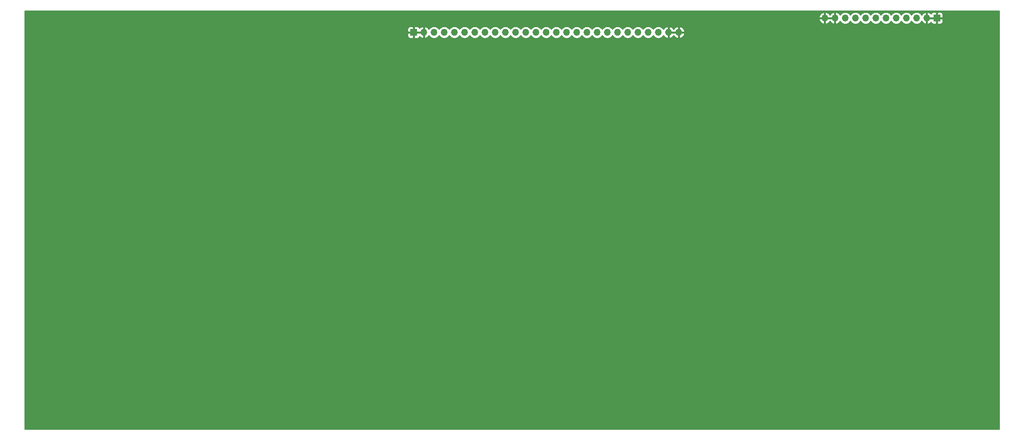
<source format=gbl>
G04 #@! TF.GenerationSoftware,KiCad,Pcbnew,5.1.10*
G04 #@! TF.CreationDate,2021-10-20T12:36:49+02:00*
G04 #@! TF.ProjectId,model_d,6d6f6465-6c5f-4642-9e6b-696361645f70,rev?*
G04 #@! TF.SameCoordinates,Original*
G04 #@! TF.FileFunction,Copper,L2,Bot*
G04 #@! TF.FilePolarity,Positive*
%FSLAX46Y46*%
G04 Gerber Fmt 4.6, Leading zero omitted, Abs format (unit mm)*
G04 Created by KiCad (PCBNEW 5.1.10) date 2021-10-20 12:36:49*
%MOMM*%
%LPD*%
G01*
G04 APERTURE LIST*
G04 #@! TA.AperFunction,ComponentPad*
%ADD10O,1.700000X1.700000*%
G04 #@! TD*
G04 #@! TA.AperFunction,ComponentPad*
%ADD11R,1.700000X1.700000*%
G04 #@! TD*
G04 #@! TA.AperFunction,ViaPad*
%ADD12C,0.800000*%
G04 #@! TD*
G04 #@! TA.AperFunction,Conductor*
%ADD13C,0.254000*%
G04 #@! TD*
G04 #@! TA.AperFunction,Conductor*
%ADD14C,0.100000*%
G04 #@! TD*
G04 APERTURE END LIST*
D10*
X186040000Y-36000000D03*
X183500000Y-36000000D03*
X180960000Y-36000000D03*
X178420000Y-36000000D03*
X175880000Y-36000000D03*
X173340000Y-36000000D03*
X170800000Y-36000000D03*
X168260000Y-36000000D03*
X165720000Y-36000000D03*
X163180000Y-36000000D03*
X160640000Y-36000000D03*
X158100000Y-36000000D03*
X155560000Y-36000000D03*
X153020000Y-36000000D03*
X150480000Y-36000000D03*
X147940000Y-36000000D03*
X145400000Y-36000000D03*
X142860000Y-36000000D03*
X140320000Y-36000000D03*
X137780000Y-36000000D03*
X135240000Y-36000000D03*
X132700000Y-36000000D03*
X130160000Y-36000000D03*
X127620000Y-36000000D03*
X125080000Y-36000000D03*
X122540000Y-36000000D03*
D11*
X120000000Y-36000000D03*
D10*
X222433515Y-32428122D03*
X224973515Y-32428122D03*
X227513515Y-32428122D03*
X230053515Y-32428122D03*
X232593515Y-32428122D03*
X235133515Y-32428122D03*
X237673515Y-32428122D03*
X240213515Y-32428122D03*
X242753515Y-32428122D03*
X245293515Y-32428122D03*
X247833515Y-32428122D03*
D11*
X250373515Y-32428122D03*
D12*
X30000000Y-40000000D03*
X30000000Y-50000000D03*
X30000000Y-60000000D03*
X30000000Y-70000000D03*
X30000000Y-80000000D03*
X30000000Y-90000000D03*
X30000000Y-100000000D03*
X30000000Y-110000000D03*
X30000000Y-120000000D03*
X40000000Y-40000000D03*
X40000000Y-50000000D03*
X40000000Y-60000000D03*
X40000000Y-70000000D03*
X40000000Y-80000000D03*
X40000000Y-90000000D03*
X40000000Y-100000000D03*
X40000000Y-110000000D03*
X40000000Y-120000000D03*
X50000000Y-40000000D03*
X50000000Y-50000000D03*
X50000000Y-60000000D03*
X50000000Y-70000000D03*
X50000000Y-80000000D03*
X50000000Y-90000000D03*
X50000000Y-100000000D03*
X50000000Y-110000000D03*
X50000000Y-120000000D03*
X70000000Y-110000000D03*
X80000000Y-120000000D03*
X60000000Y-40000000D03*
X80000000Y-100000000D03*
X60000000Y-110000000D03*
X80000000Y-50000000D03*
X60000000Y-80000000D03*
X60000000Y-100000000D03*
X60000000Y-60000000D03*
X60000000Y-70000000D03*
X80000000Y-70000000D03*
X70000000Y-80000000D03*
X80000000Y-110000000D03*
X80000000Y-40000000D03*
X70000000Y-100000000D03*
X70000000Y-40000000D03*
X70000000Y-120000000D03*
X80000000Y-60000000D03*
X60000000Y-90000000D03*
X70000000Y-70000000D03*
X70000000Y-50000000D03*
X80000000Y-90000000D03*
X60000000Y-50000000D03*
X80000000Y-80000000D03*
X70000000Y-60000000D03*
X70000000Y-90000000D03*
X60000000Y-120000000D03*
X100000000Y-110000000D03*
X110000000Y-120000000D03*
X90000000Y-40000000D03*
X130000000Y-50000000D03*
X140000000Y-60000000D03*
X140000000Y-40000000D03*
X110000000Y-100000000D03*
X120000000Y-50000000D03*
X90000000Y-110000000D03*
X110000000Y-50000000D03*
X140000000Y-80000000D03*
X130000000Y-120000000D03*
X90000000Y-80000000D03*
X140000000Y-110000000D03*
X130000000Y-60000000D03*
X90000000Y-100000000D03*
X130000000Y-90000000D03*
X90000000Y-60000000D03*
X140000000Y-70000000D03*
X90000000Y-70000000D03*
X110000000Y-70000000D03*
X130000000Y-40000000D03*
X130000000Y-100000000D03*
X100000000Y-80000000D03*
X110000000Y-110000000D03*
X140000000Y-100000000D03*
X110000000Y-40000000D03*
X100000000Y-100000000D03*
X100000000Y-40000000D03*
X130000000Y-80000000D03*
X130000000Y-110000000D03*
X130000000Y-70000000D03*
X100000000Y-120000000D03*
X110000000Y-60000000D03*
X90000000Y-90000000D03*
X120000000Y-100000000D03*
X120000000Y-60000000D03*
X100000000Y-70000000D03*
X120000000Y-110000000D03*
X120000000Y-70000000D03*
X100000000Y-50000000D03*
X120000000Y-80000000D03*
X140000000Y-50000000D03*
X120000000Y-40000000D03*
X140000000Y-120000000D03*
X120000000Y-90000000D03*
X140000000Y-90000000D03*
X110000000Y-90000000D03*
X90000000Y-50000000D03*
X110000000Y-80000000D03*
X100000000Y-60000000D03*
X100000000Y-90000000D03*
X90000000Y-120000000D03*
X120000000Y-120000000D03*
X160000000Y-110000000D03*
X230000000Y-120000000D03*
X240000000Y-40000000D03*
X230000000Y-60000000D03*
X170000000Y-120000000D03*
X260000000Y-70000000D03*
X150000000Y-40000000D03*
X240000000Y-100000000D03*
X190000000Y-50000000D03*
X220000000Y-50000000D03*
X250000000Y-100000000D03*
X200000000Y-60000000D03*
X200000000Y-40000000D03*
X170000000Y-100000000D03*
X250000000Y-40000000D03*
X180000000Y-50000000D03*
X150000000Y-110000000D03*
X170000000Y-50000000D03*
X200000000Y-80000000D03*
X190000000Y-120000000D03*
X150000000Y-80000000D03*
X200000000Y-110000000D03*
X250000000Y-50000000D03*
X210000000Y-90000000D03*
X190000000Y-60000000D03*
X210000000Y-70000000D03*
X260000000Y-120000000D03*
X150000000Y-100000000D03*
X190000000Y-90000000D03*
X230000000Y-70000000D03*
X150000000Y-60000000D03*
X240000000Y-70000000D03*
X210000000Y-100000000D03*
X210000000Y-60000000D03*
X240000000Y-60000000D03*
X200000000Y-70000000D03*
X150000000Y-70000000D03*
X170000000Y-70000000D03*
X190000000Y-40000000D03*
X260000000Y-110000000D03*
X220000000Y-70000000D03*
X210000000Y-40000000D03*
X220000000Y-110000000D03*
X220000000Y-90000000D03*
X250000000Y-90000000D03*
X190000000Y-100000000D03*
X160000000Y-80000000D03*
X210000000Y-50000000D03*
X170000000Y-110000000D03*
X200000000Y-100000000D03*
X220000000Y-60000000D03*
X170000000Y-40000000D03*
X160000000Y-100000000D03*
X160000000Y-40000000D03*
X190000000Y-80000000D03*
X190000000Y-110000000D03*
X190000000Y-70000000D03*
X160000000Y-120000000D03*
X170000000Y-60000000D03*
X150000000Y-90000000D03*
X260000000Y-50000000D03*
X230000000Y-80000000D03*
X230000000Y-50000000D03*
X240000000Y-50000000D03*
X220000000Y-80000000D03*
X180000000Y-100000000D03*
X230000000Y-100000000D03*
X260000000Y-40000000D03*
X210000000Y-80000000D03*
X240000000Y-110000000D03*
X240000000Y-80000000D03*
X230000000Y-90000000D03*
X180000000Y-60000000D03*
X160000000Y-70000000D03*
X250000000Y-110000000D03*
X260000000Y-90000000D03*
X180000000Y-110000000D03*
X180000000Y-70000000D03*
X160000000Y-50000000D03*
X220000000Y-100000000D03*
X240000000Y-90000000D03*
X180000000Y-80000000D03*
X200000000Y-50000000D03*
X180000000Y-40000000D03*
X230000000Y-40000000D03*
X210000000Y-110000000D03*
X200000000Y-120000000D03*
X180000000Y-90000000D03*
X200000000Y-90000000D03*
X250000000Y-70000000D03*
X170000000Y-90000000D03*
X260000000Y-100000000D03*
X250000000Y-80000000D03*
X220000000Y-120000000D03*
X240000000Y-120000000D03*
X260000000Y-60000000D03*
X150000000Y-50000000D03*
X220000000Y-40000000D03*
X210000000Y-120000000D03*
X170000000Y-80000000D03*
X160000000Y-60000000D03*
X160000000Y-90000000D03*
X230000000Y-110000000D03*
X260000000Y-80000000D03*
X150000000Y-120000000D03*
X250000000Y-60000000D03*
X180000000Y-120000000D03*
X250000000Y-120000000D03*
X170000000Y-130000000D03*
X110000000Y-130000000D03*
X50000000Y-130000000D03*
X70000000Y-130000000D03*
X140000000Y-130000000D03*
X40000000Y-130000000D03*
X220000000Y-130000000D03*
X260000000Y-130000000D03*
X180000000Y-130000000D03*
X250000000Y-130000000D03*
X240000000Y-130000000D03*
X160000000Y-130000000D03*
X210000000Y-130000000D03*
X230000000Y-130000000D03*
X150000000Y-130000000D03*
X190000000Y-130000000D03*
X80000000Y-130000000D03*
X200000000Y-130000000D03*
X100000000Y-130000000D03*
X120000000Y-130000000D03*
X90000000Y-130000000D03*
X30000000Y-130000000D03*
X60000000Y-130000000D03*
X130000000Y-130000000D03*
D13*
X265840001Y-134840000D02*
X23160000Y-134840000D01*
X23160000Y-36850000D01*
X118511928Y-36850000D01*
X118524188Y-36974482D01*
X118560498Y-37094180D01*
X118619463Y-37204494D01*
X118698815Y-37301185D01*
X118795506Y-37380537D01*
X118905820Y-37439502D01*
X119025518Y-37475812D01*
X119150000Y-37488072D01*
X119714250Y-37485000D01*
X119873000Y-37326250D01*
X119873000Y-36127000D01*
X120127000Y-36127000D01*
X120127000Y-37326250D01*
X120285750Y-37485000D01*
X120850000Y-37488072D01*
X120974482Y-37475812D01*
X121094180Y-37439502D01*
X121204494Y-37380537D01*
X121301185Y-37301185D01*
X121380537Y-37204494D01*
X121439502Y-37094180D01*
X121463966Y-37013534D01*
X121539731Y-37097588D01*
X121773080Y-37271641D01*
X122035901Y-37396825D01*
X122183110Y-37441476D01*
X122413000Y-37320155D01*
X122413000Y-36127000D01*
X120127000Y-36127000D01*
X119873000Y-36127000D01*
X118673750Y-36127000D01*
X118515000Y-36285750D01*
X118511928Y-36850000D01*
X23160000Y-36850000D01*
X23160000Y-35150000D01*
X118511928Y-35150000D01*
X118515000Y-35714250D01*
X118673750Y-35873000D01*
X119873000Y-35873000D01*
X119873000Y-34673750D01*
X120127000Y-34673750D01*
X120127000Y-35873000D01*
X122413000Y-35873000D01*
X122413000Y-34679845D01*
X122667000Y-34679845D01*
X122667000Y-35873000D01*
X122687000Y-35873000D01*
X122687000Y-36127000D01*
X122667000Y-36127000D01*
X122667000Y-37320155D01*
X122896890Y-37441476D01*
X123044099Y-37396825D01*
X123306920Y-37271641D01*
X123540269Y-37097588D01*
X123735178Y-36881355D01*
X123804805Y-36764466D01*
X123926525Y-36946632D01*
X124133368Y-37153475D01*
X124376589Y-37315990D01*
X124646842Y-37427932D01*
X124933740Y-37485000D01*
X125226260Y-37485000D01*
X125513158Y-37427932D01*
X125783411Y-37315990D01*
X126026632Y-37153475D01*
X126233475Y-36946632D01*
X126350000Y-36772240D01*
X126466525Y-36946632D01*
X126673368Y-37153475D01*
X126916589Y-37315990D01*
X127186842Y-37427932D01*
X127473740Y-37485000D01*
X127766260Y-37485000D01*
X128053158Y-37427932D01*
X128323411Y-37315990D01*
X128566632Y-37153475D01*
X128773475Y-36946632D01*
X128890000Y-36772240D01*
X129006525Y-36946632D01*
X129213368Y-37153475D01*
X129456589Y-37315990D01*
X129726842Y-37427932D01*
X130013740Y-37485000D01*
X130306260Y-37485000D01*
X130593158Y-37427932D01*
X130863411Y-37315990D01*
X131106632Y-37153475D01*
X131313475Y-36946632D01*
X131430000Y-36772240D01*
X131546525Y-36946632D01*
X131753368Y-37153475D01*
X131996589Y-37315990D01*
X132266842Y-37427932D01*
X132553740Y-37485000D01*
X132846260Y-37485000D01*
X133133158Y-37427932D01*
X133403411Y-37315990D01*
X133646632Y-37153475D01*
X133853475Y-36946632D01*
X133970000Y-36772240D01*
X134086525Y-36946632D01*
X134293368Y-37153475D01*
X134536589Y-37315990D01*
X134806842Y-37427932D01*
X135093740Y-37485000D01*
X135386260Y-37485000D01*
X135673158Y-37427932D01*
X135943411Y-37315990D01*
X136186632Y-37153475D01*
X136393475Y-36946632D01*
X136510000Y-36772240D01*
X136626525Y-36946632D01*
X136833368Y-37153475D01*
X137076589Y-37315990D01*
X137346842Y-37427932D01*
X137633740Y-37485000D01*
X137926260Y-37485000D01*
X138213158Y-37427932D01*
X138483411Y-37315990D01*
X138726632Y-37153475D01*
X138933475Y-36946632D01*
X139050000Y-36772240D01*
X139166525Y-36946632D01*
X139373368Y-37153475D01*
X139616589Y-37315990D01*
X139886842Y-37427932D01*
X140173740Y-37485000D01*
X140466260Y-37485000D01*
X140753158Y-37427932D01*
X141023411Y-37315990D01*
X141266632Y-37153475D01*
X141473475Y-36946632D01*
X141590000Y-36772240D01*
X141706525Y-36946632D01*
X141913368Y-37153475D01*
X142156589Y-37315990D01*
X142426842Y-37427932D01*
X142713740Y-37485000D01*
X143006260Y-37485000D01*
X143293158Y-37427932D01*
X143563411Y-37315990D01*
X143806632Y-37153475D01*
X144013475Y-36946632D01*
X144130000Y-36772240D01*
X144246525Y-36946632D01*
X144453368Y-37153475D01*
X144696589Y-37315990D01*
X144966842Y-37427932D01*
X145253740Y-37485000D01*
X145546260Y-37485000D01*
X145833158Y-37427932D01*
X146103411Y-37315990D01*
X146346632Y-37153475D01*
X146553475Y-36946632D01*
X146670000Y-36772240D01*
X146786525Y-36946632D01*
X146993368Y-37153475D01*
X147236589Y-37315990D01*
X147506842Y-37427932D01*
X147793740Y-37485000D01*
X148086260Y-37485000D01*
X148373158Y-37427932D01*
X148643411Y-37315990D01*
X148886632Y-37153475D01*
X149093475Y-36946632D01*
X149210000Y-36772240D01*
X149326525Y-36946632D01*
X149533368Y-37153475D01*
X149776589Y-37315990D01*
X150046842Y-37427932D01*
X150333740Y-37485000D01*
X150626260Y-37485000D01*
X150913158Y-37427932D01*
X151183411Y-37315990D01*
X151426632Y-37153475D01*
X151633475Y-36946632D01*
X151750000Y-36772240D01*
X151866525Y-36946632D01*
X152073368Y-37153475D01*
X152316589Y-37315990D01*
X152586842Y-37427932D01*
X152873740Y-37485000D01*
X153166260Y-37485000D01*
X153453158Y-37427932D01*
X153723411Y-37315990D01*
X153966632Y-37153475D01*
X154173475Y-36946632D01*
X154290000Y-36772240D01*
X154406525Y-36946632D01*
X154613368Y-37153475D01*
X154856589Y-37315990D01*
X155126842Y-37427932D01*
X155413740Y-37485000D01*
X155706260Y-37485000D01*
X155993158Y-37427932D01*
X156263411Y-37315990D01*
X156506632Y-37153475D01*
X156713475Y-36946632D01*
X156830000Y-36772240D01*
X156946525Y-36946632D01*
X157153368Y-37153475D01*
X157396589Y-37315990D01*
X157666842Y-37427932D01*
X157953740Y-37485000D01*
X158246260Y-37485000D01*
X158533158Y-37427932D01*
X158803411Y-37315990D01*
X159046632Y-37153475D01*
X159253475Y-36946632D01*
X159370000Y-36772240D01*
X159486525Y-36946632D01*
X159693368Y-37153475D01*
X159936589Y-37315990D01*
X160206842Y-37427932D01*
X160493740Y-37485000D01*
X160786260Y-37485000D01*
X161073158Y-37427932D01*
X161343411Y-37315990D01*
X161586632Y-37153475D01*
X161793475Y-36946632D01*
X161910000Y-36772240D01*
X162026525Y-36946632D01*
X162233368Y-37153475D01*
X162476589Y-37315990D01*
X162746842Y-37427932D01*
X163033740Y-37485000D01*
X163326260Y-37485000D01*
X163613158Y-37427932D01*
X163883411Y-37315990D01*
X164126632Y-37153475D01*
X164333475Y-36946632D01*
X164450000Y-36772240D01*
X164566525Y-36946632D01*
X164773368Y-37153475D01*
X165016589Y-37315990D01*
X165286842Y-37427932D01*
X165573740Y-37485000D01*
X165866260Y-37485000D01*
X166153158Y-37427932D01*
X166423411Y-37315990D01*
X166666632Y-37153475D01*
X166873475Y-36946632D01*
X166990000Y-36772240D01*
X167106525Y-36946632D01*
X167313368Y-37153475D01*
X167556589Y-37315990D01*
X167826842Y-37427932D01*
X168113740Y-37485000D01*
X168406260Y-37485000D01*
X168693158Y-37427932D01*
X168963411Y-37315990D01*
X169206632Y-37153475D01*
X169413475Y-36946632D01*
X169530000Y-36772240D01*
X169646525Y-36946632D01*
X169853368Y-37153475D01*
X170096589Y-37315990D01*
X170366842Y-37427932D01*
X170653740Y-37485000D01*
X170946260Y-37485000D01*
X171233158Y-37427932D01*
X171503411Y-37315990D01*
X171746632Y-37153475D01*
X171953475Y-36946632D01*
X172070000Y-36772240D01*
X172186525Y-36946632D01*
X172393368Y-37153475D01*
X172636589Y-37315990D01*
X172906842Y-37427932D01*
X173193740Y-37485000D01*
X173486260Y-37485000D01*
X173773158Y-37427932D01*
X174043411Y-37315990D01*
X174286632Y-37153475D01*
X174493475Y-36946632D01*
X174610000Y-36772240D01*
X174726525Y-36946632D01*
X174933368Y-37153475D01*
X175176589Y-37315990D01*
X175446842Y-37427932D01*
X175733740Y-37485000D01*
X176026260Y-37485000D01*
X176313158Y-37427932D01*
X176583411Y-37315990D01*
X176826632Y-37153475D01*
X177033475Y-36946632D01*
X177150000Y-36772240D01*
X177266525Y-36946632D01*
X177473368Y-37153475D01*
X177716589Y-37315990D01*
X177986842Y-37427932D01*
X178273740Y-37485000D01*
X178566260Y-37485000D01*
X178853158Y-37427932D01*
X179123411Y-37315990D01*
X179366632Y-37153475D01*
X179573475Y-36946632D01*
X179690000Y-36772240D01*
X179806525Y-36946632D01*
X180013368Y-37153475D01*
X180256589Y-37315990D01*
X180526842Y-37427932D01*
X180813740Y-37485000D01*
X181106260Y-37485000D01*
X181393158Y-37427932D01*
X181663411Y-37315990D01*
X181906632Y-37153475D01*
X182113475Y-36946632D01*
X182235195Y-36764466D01*
X182304822Y-36881355D01*
X182499731Y-37097588D01*
X182733080Y-37271641D01*
X182995901Y-37396825D01*
X183143110Y-37441476D01*
X183373000Y-37320155D01*
X183373000Y-36127000D01*
X183627000Y-36127000D01*
X183627000Y-37320155D01*
X183856890Y-37441476D01*
X184004099Y-37396825D01*
X184266920Y-37271641D01*
X184500269Y-37097588D01*
X184695178Y-36881355D01*
X184770000Y-36755745D01*
X184844822Y-36881355D01*
X185039731Y-37097588D01*
X185273080Y-37271641D01*
X185535901Y-37396825D01*
X185683110Y-37441476D01*
X185913000Y-37320155D01*
X185913000Y-36127000D01*
X186167000Y-36127000D01*
X186167000Y-37320155D01*
X186396890Y-37441476D01*
X186544099Y-37396825D01*
X186806920Y-37271641D01*
X187040269Y-37097588D01*
X187235178Y-36881355D01*
X187384157Y-36631252D01*
X187481481Y-36356891D01*
X187360814Y-36127000D01*
X186167000Y-36127000D01*
X185913000Y-36127000D01*
X183627000Y-36127000D01*
X183373000Y-36127000D01*
X183353000Y-36127000D01*
X183353000Y-35873000D01*
X183373000Y-35873000D01*
X183373000Y-34679845D01*
X183627000Y-34679845D01*
X183627000Y-35873000D01*
X185913000Y-35873000D01*
X185913000Y-34679845D01*
X186167000Y-34679845D01*
X186167000Y-35873000D01*
X187360814Y-35873000D01*
X187481481Y-35643109D01*
X187384157Y-35368748D01*
X187235178Y-35118645D01*
X187040269Y-34902412D01*
X186806920Y-34728359D01*
X186544099Y-34603175D01*
X186396890Y-34558524D01*
X186167000Y-34679845D01*
X185913000Y-34679845D01*
X185683110Y-34558524D01*
X185535901Y-34603175D01*
X185273080Y-34728359D01*
X185039731Y-34902412D01*
X184844822Y-35118645D01*
X184770000Y-35244255D01*
X184695178Y-35118645D01*
X184500269Y-34902412D01*
X184266920Y-34728359D01*
X184004099Y-34603175D01*
X183856890Y-34558524D01*
X183627000Y-34679845D01*
X183373000Y-34679845D01*
X183143110Y-34558524D01*
X182995901Y-34603175D01*
X182733080Y-34728359D01*
X182499731Y-34902412D01*
X182304822Y-35118645D01*
X182235195Y-35235534D01*
X182113475Y-35053368D01*
X181906632Y-34846525D01*
X181663411Y-34684010D01*
X181393158Y-34572068D01*
X181106260Y-34515000D01*
X180813740Y-34515000D01*
X180526842Y-34572068D01*
X180256589Y-34684010D01*
X180013368Y-34846525D01*
X179806525Y-35053368D01*
X179690000Y-35227760D01*
X179573475Y-35053368D01*
X179366632Y-34846525D01*
X179123411Y-34684010D01*
X178853158Y-34572068D01*
X178566260Y-34515000D01*
X178273740Y-34515000D01*
X177986842Y-34572068D01*
X177716589Y-34684010D01*
X177473368Y-34846525D01*
X177266525Y-35053368D01*
X177150000Y-35227760D01*
X177033475Y-35053368D01*
X176826632Y-34846525D01*
X176583411Y-34684010D01*
X176313158Y-34572068D01*
X176026260Y-34515000D01*
X175733740Y-34515000D01*
X175446842Y-34572068D01*
X175176589Y-34684010D01*
X174933368Y-34846525D01*
X174726525Y-35053368D01*
X174610000Y-35227760D01*
X174493475Y-35053368D01*
X174286632Y-34846525D01*
X174043411Y-34684010D01*
X173773158Y-34572068D01*
X173486260Y-34515000D01*
X173193740Y-34515000D01*
X172906842Y-34572068D01*
X172636589Y-34684010D01*
X172393368Y-34846525D01*
X172186525Y-35053368D01*
X172070000Y-35227760D01*
X171953475Y-35053368D01*
X171746632Y-34846525D01*
X171503411Y-34684010D01*
X171233158Y-34572068D01*
X170946260Y-34515000D01*
X170653740Y-34515000D01*
X170366842Y-34572068D01*
X170096589Y-34684010D01*
X169853368Y-34846525D01*
X169646525Y-35053368D01*
X169530000Y-35227760D01*
X169413475Y-35053368D01*
X169206632Y-34846525D01*
X168963411Y-34684010D01*
X168693158Y-34572068D01*
X168406260Y-34515000D01*
X168113740Y-34515000D01*
X167826842Y-34572068D01*
X167556589Y-34684010D01*
X167313368Y-34846525D01*
X167106525Y-35053368D01*
X166990000Y-35227760D01*
X166873475Y-35053368D01*
X166666632Y-34846525D01*
X166423411Y-34684010D01*
X166153158Y-34572068D01*
X165866260Y-34515000D01*
X165573740Y-34515000D01*
X165286842Y-34572068D01*
X165016589Y-34684010D01*
X164773368Y-34846525D01*
X164566525Y-35053368D01*
X164450000Y-35227760D01*
X164333475Y-35053368D01*
X164126632Y-34846525D01*
X163883411Y-34684010D01*
X163613158Y-34572068D01*
X163326260Y-34515000D01*
X163033740Y-34515000D01*
X162746842Y-34572068D01*
X162476589Y-34684010D01*
X162233368Y-34846525D01*
X162026525Y-35053368D01*
X161910000Y-35227760D01*
X161793475Y-35053368D01*
X161586632Y-34846525D01*
X161343411Y-34684010D01*
X161073158Y-34572068D01*
X160786260Y-34515000D01*
X160493740Y-34515000D01*
X160206842Y-34572068D01*
X159936589Y-34684010D01*
X159693368Y-34846525D01*
X159486525Y-35053368D01*
X159370000Y-35227760D01*
X159253475Y-35053368D01*
X159046632Y-34846525D01*
X158803411Y-34684010D01*
X158533158Y-34572068D01*
X158246260Y-34515000D01*
X157953740Y-34515000D01*
X157666842Y-34572068D01*
X157396589Y-34684010D01*
X157153368Y-34846525D01*
X156946525Y-35053368D01*
X156830000Y-35227760D01*
X156713475Y-35053368D01*
X156506632Y-34846525D01*
X156263411Y-34684010D01*
X155993158Y-34572068D01*
X155706260Y-34515000D01*
X155413740Y-34515000D01*
X155126842Y-34572068D01*
X154856589Y-34684010D01*
X154613368Y-34846525D01*
X154406525Y-35053368D01*
X154290000Y-35227760D01*
X154173475Y-35053368D01*
X153966632Y-34846525D01*
X153723411Y-34684010D01*
X153453158Y-34572068D01*
X153166260Y-34515000D01*
X152873740Y-34515000D01*
X152586842Y-34572068D01*
X152316589Y-34684010D01*
X152073368Y-34846525D01*
X151866525Y-35053368D01*
X151750000Y-35227760D01*
X151633475Y-35053368D01*
X151426632Y-34846525D01*
X151183411Y-34684010D01*
X150913158Y-34572068D01*
X150626260Y-34515000D01*
X150333740Y-34515000D01*
X150046842Y-34572068D01*
X149776589Y-34684010D01*
X149533368Y-34846525D01*
X149326525Y-35053368D01*
X149210000Y-35227760D01*
X149093475Y-35053368D01*
X148886632Y-34846525D01*
X148643411Y-34684010D01*
X148373158Y-34572068D01*
X148086260Y-34515000D01*
X147793740Y-34515000D01*
X147506842Y-34572068D01*
X147236589Y-34684010D01*
X146993368Y-34846525D01*
X146786525Y-35053368D01*
X146670000Y-35227760D01*
X146553475Y-35053368D01*
X146346632Y-34846525D01*
X146103411Y-34684010D01*
X145833158Y-34572068D01*
X145546260Y-34515000D01*
X145253740Y-34515000D01*
X144966842Y-34572068D01*
X144696589Y-34684010D01*
X144453368Y-34846525D01*
X144246525Y-35053368D01*
X144130000Y-35227760D01*
X144013475Y-35053368D01*
X143806632Y-34846525D01*
X143563411Y-34684010D01*
X143293158Y-34572068D01*
X143006260Y-34515000D01*
X142713740Y-34515000D01*
X142426842Y-34572068D01*
X142156589Y-34684010D01*
X141913368Y-34846525D01*
X141706525Y-35053368D01*
X141590000Y-35227760D01*
X141473475Y-35053368D01*
X141266632Y-34846525D01*
X141023411Y-34684010D01*
X140753158Y-34572068D01*
X140466260Y-34515000D01*
X140173740Y-34515000D01*
X139886842Y-34572068D01*
X139616589Y-34684010D01*
X139373368Y-34846525D01*
X139166525Y-35053368D01*
X139050000Y-35227760D01*
X138933475Y-35053368D01*
X138726632Y-34846525D01*
X138483411Y-34684010D01*
X138213158Y-34572068D01*
X137926260Y-34515000D01*
X137633740Y-34515000D01*
X137346842Y-34572068D01*
X137076589Y-34684010D01*
X136833368Y-34846525D01*
X136626525Y-35053368D01*
X136510000Y-35227760D01*
X136393475Y-35053368D01*
X136186632Y-34846525D01*
X135943411Y-34684010D01*
X135673158Y-34572068D01*
X135386260Y-34515000D01*
X135093740Y-34515000D01*
X134806842Y-34572068D01*
X134536589Y-34684010D01*
X134293368Y-34846525D01*
X134086525Y-35053368D01*
X133970000Y-35227760D01*
X133853475Y-35053368D01*
X133646632Y-34846525D01*
X133403411Y-34684010D01*
X133133158Y-34572068D01*
X132846260Y-34515000D01*
X132553740Y-34515000D01*
X132266842Y-34572068D01*
X131996589Y-34684010D01*
X131753368Y-34846525D01*
X131546525Y-35053368D01*
X131430000Y-35227760D01*
X131313475Y-35053368D01*
X131106632Y-34846525D01*
X130863411Y-34684010D01*
X130593158Y-34572068D01*
X130306260Y-34515000D01*
X130013740Y-34515000D01*
X129726842Y-34572068D01*
X129456589Y-34684010D01*
X129213368Y-34846525D01*
X129006525Y-35053368D01*
X128890000Y-35227760D01*
X128773475Y-35053368D01*
X128566632Y-34846525D01*
X128323411Y-34684010D01*
X128053158Y-34572068D01*
X127766260Y-34515000D01*
X127473740Y-34515000D01*
X127186842Y-34572068D01*
X126916589Y-34684010D01*
X126673368Y-34846525D01*
X126466525Y-35053368D01*
X126350000Y-35227760D01*
X126233475Y-35053368D01*
X126026632Y-34846525D01*
X125783411Y-34684010D01*
X125513158Y-34572068D01*
X125226260Y-34515000D01*
X124933740Y-34515000D01*
X124646842Y-34572068D01*
X124376589Y-34684010D01*
X124133368Y-34846525D01*
X123926525Y-35053368D01*
X123804805Y-35235534D01*
X123735178Y-35118645D01*
X123540269Y-34902412D01*
X123306920Y-34728359D01*
X123044099Y-34603175D01*
X122896890Y-34558524D01*
X122667000Y-34679845D01*
X122413000Y-34679845D01*
X122183110Y-34558524D01*
X122035901Y-34603175D01*
X121773080Y-34728359D01*
X121539731Y-34902412D01*
X121463966Y-34986466D01*
X121439502Y-34905820D01*
X121380537Y-34795506D01*
X121301185Y-34698815D01*
X121204494Y-34619463D01*
X121094180Y-34560498D01*
X120974482Y-34524188D01*
X120850000Y-34511928D01*
X120285750Y-34515000D01*
X120127000Y-34673750D01*
X119873000Y-34673750D01*
X119714250Y-34515000D01*
X119150000Y-34511928D01*
X119025518Y-34524188D01*
X118905820Y-34560498D01*
X118795506Y-34619463D01*
X118698815Y-34698815D01*
X118619463Y-34795506D01*
X118560498Y-34905820D01*
X118524188Y-35025518D01*
X118511928Y-35150000D01*
X23160000Y-35150000D01*
X23160000Y-32785013D01*
X220992034Y-32785013D01*
X221089358Y-33059374D01*
X221238337Y-33309477D01*
X221433246Y-33525710D01*
X221666595Y-33699763D01*
X221929416Y-33824947D01*
X222076625Y-33869598D01*
X222306515Y-33748277D01*
X222306515Y-32555122D01*
X222560515Y-32555122D01*
X222560515Y-33748277D01*
X222790405Y-33869598D01*
X222937614Y-33824947D01*
X223200435Y-33699763D01*
X223433784Y-33525710D01*
X223628693Y-33309477D01*
X223703515Y-33183867D01*
X223778337Y-33309477D01*
X223973246Y-33525710D01*
X224206595Y-33699763D01*
X224469416Y-33824947D01*
X224616625Y-33869598D01*
X224846515Y-33748277D01*
X224846515Y-32555122D01*
X222560515Y-32555122D01*
X222306515Y-32555122D01*
X221112701Y-32555122D01*
X220992034Y-32785013D01*
X23160000Y-32785013D01*
X23160000Y-32071231D01*
X220992034Y-32071231D01*
X221112701Y-32301122D01*
X222306515Y-32301122D01*
X222306515Y-31107967D01*
X222560515Y-31107967D01*
X222560515Y-32301122D01*
X224846515Y-32301122D01*
X224846515Y-31107967D01*
X225100515Y-31107967D01*
X225100515Y-32301122D01*
X225120515Y-32301122D01*
X225120515Y-32555122D01*
X225100515Y-32555122D01*
X225100515Y-33748277D01*
X225330405Y-33869598D01*
X225477614Y-33824947D01*
X225740435Y-33699763D01*
X225973784Y-33525710D01*
X226168693Y-33309477D01*
X226238320Y-33192588D01*
X226360040Y-33374754D01*
X226566883Y-33581597D01*
X226810104Y-33744112D01*
X227080357Y-33856054D01*
X227367255Y-33913122D01*
X227659775Y-33913122D01*
X227946673Y-33856054D01*
X228216926Y-33744112D01*
X228460147Y-33581597D01*
X228666990Y-33374754D01*
X228783515Y-33200362D01*
X228900040Y-33374754D01*
X229106883Y-33581597D01*
X229350104Y-33744112D01*
X229620357Y-33856054D01*
X229907255Y-33913122D01*
X230199775Y-33913122D01*
X230486673Y-33856054D01*
X230756926Y-33744112D01*
X231000147Y-33581597D01*
X231206990Y-33374754D01*
X231323515Y-33200362D01*
X231440040Y-33374754D01*
X231646883Y-33581597D01*
X231890104Y-33744112D01*
X232160357Y-33856054D01*
X232447255Y-33913122D01*
X232739775Y-33913122D01*
X233026673Y-33856054D01*
X233296926Y-33744112D01*
X233540147Y-33581597D01*
X233746990Y-33374754D01*
X233863515Y-33200362D01*
X233980040Y-33374754D01*
X234186883Y-33581597D01*
X234430104Y-33744112D01*
X234700357Y-33856054D01*
X234987255Y-33913122D01*
X235279775Y-33913122D01*
X235566673Y-33856054D01*
X235836926Y-33744112D01*
X236080147Y-33581597D01*
X236286990Y-33374754D01*
X236403515Y-33200362D01*
X236520040Y-33374754D01*
X236726883Y-33581597D01*
X236970104Y-33744112D01*
X237240357Y-33856054D01*
X237527255Y-33913122D01*
X237819775Y-33913122D01*
X238106673Y-33856054D01*
X238376926Y-33744112D01*
X238620147Y-33581597D01*
X238826990Y-33374754D01*
X238943515Y-33200362D01*
X239060040Y-33374754D01*
X239266883Y-33581597D01*
X239510104Y-33744112D01*
X239780357Y-33856054D01*
X240067255Y-33913122D01*
X240359775Y-33913122D01*
X240646673Y-33856054D01*
X240916926Y-33744112D01*
X241160147Y-33581597D01*
X241366990Y-33374754D01*
X241483515Y-33200362D01*
X241600040Y-33374754D01*
X241806883Y-33581597D01*
X242050104Y-33744112D01*
X242320357Y-33856054D01*
X242607255Y-33913122D01*
X242899775Y-33913122D01*
X243186673Y-33856054D01*
X243456926Y-33744112D01*
X243700147Y-33581597D01*
X243906990Y-33374754D01*
X244023515Y-33200362D01*
X244140040Y-33374754D01*
X244346883Y-33581597D01*
X244590104Y-33744112D01*
X244860357Y-33856054D01*
X245147255Y-33913122D01*
X245439775Y-33913122D01*
X245726673Y-33856054D01*
X245996926Y-33744112D01*
X246240147Y-33581597D01*
X246446990Y-33374754D01*
X246568710Y-33192588D01*
X246638337Y-33309477D01*
X246833246Y-33525710D01*
X247066595Y-33699763D01*
X247329416Y-33824947D01*
X247476625Y-33869598D01*
X247706515Y-33748277D01*
X247706515Y-32555122D01*
X247960515Y-32555122D01*
X247960515Y-33748277D01*
X248190405Y-33869598D01*
X248337614Y-33824947D01*
X248600435Y-33699763D01*
X248833784Y-33525710D01*
X248909549Y-33441656D01*
X248934013Y-33522302D01*
X248992978Y-33632616D01*
X249072330Y-33729307D01*
X249169021Y-33808659D01*
X249279335Y-33867624D01*
X249399033Y-33903934D01*
X249523515Y-33916194D01*
X250087765Y-33913122D01*
X250246515Y-33754372D01*
X250246515Y-32555122D01*
X250500515Y-32555122D01*
X250500515Y-33754372D01*
X250659265Y-33913122D01*
X251223515Y-33916194D01*
X251347997Y-33903934D01*
X251467695Y-33867624D01*
X251578009Y-33808659D01*
X251674700Y-33729307D01*
X251754052Y-33632616D01*
X251813017Y-33522302D01*
X251849327Y-33402604D01*
X251861587Y-33278122D01*
X251858515Y-32713872D01*
X251699765Y-32555122D01*
X250500515Y-32555122D01*
X250246515Y-32555122D01*
X247960515Y-32555122D01*
X247706515Y-32555122D01*
X247686515Y-32555122D01*
X247686515Y-32301122D01*
X247706515Y-32301122D01*
X247706515Y-31107967D01*
X247960515Y-31107967D01*
X247960515Y-32301122D01*
X250246515Y-32301122D01*
X250246515Y-31101872D01*
X250500515Y-31101872D01*
X250500515Y-32301122D01*
X251699765Y-32301122D01*
X251858515Y-32142372D01*
X251861587Y-31578122D01*
X251849327Y-31453640D01*
X251813017Y-31333942D01*
X251754052Y-31223628D01*
X251674700Y-31126937D01*
X251578009Y-31047585D01*
X251467695Y-30988620D01*
X251347997Y-30952310D01*
X251223515Y-30940050D01*
X250659265Y-30943122D01*
X250500515Y-31101872D01*
X250246515Y-31101872D01*
X250087765Y-30943122D01*
X249523515Y-30940050D01*
X249399033Y-30952310D01*
X249279335Y-30988620D01*
X249169021Y-31047585D01*
X249072330Y-31126937D01*
X248992978Y-31223628D01*
X248934013Y-31333942D01*
X248909549Y-31414588D01*
X248833784Y-31330534D01*
X248600435Y-31156481D01*
X248337614Y-31031297D01*
X248190405Y-30986646D01*
X247960515Y-31107967D01*
X247706515Y-31107967D01*
X247476625Y-30986646D01*
X247329416Y-31031297D01*
X247066595Y-31156481D01*
X246833246Y-31330534D01*
X246638337Y-31546767D01*
X246568710Y-31663656D01*
X246446990Y-31481490D01*
X246240147Y-31274647D01*
X245996926Y-31112132D01*
X245726673Y-31000190D01*
X245439775Y-30943122D01*
X245147255Y-30943122D01*
X244860357Y-31000190D01*
X244590104Y-31112132D01*
X244346883Y-31274647D01*
X244140040Y-31481490D01*
X244023515Y-31655882D01*
X243906990Y-31481490D01*
X243700147Y-31274647D01*
X243456926Y-31112132D01*
X243186673Y-31000190D01*
X242899775Y-30943122D01*
X242607255Y-30943122D01*
X242320357Y-31000190D01*
X242050104Y-31112132D01*
X241806883Y-31274647D01*
X241600040Y-31481490D01*
X241483515Y-31655882D01*
X241366990Y-31481490D01*
X241160147Y-31274647D01*
X240916926Y-31112132D01*
X240646673Y-31000190D01*
X240359775Y-30943122D01*
X240067255Y-30943122D01*
X239780357Y-31000190D01*
X239510104Y-31112132D01*
X239266883Y-31274647D01*
X239060040Y-31481490D01*
X238943515Y-31655882D01*
X238826990Y-31481490D01*
X238620147Y-31274647D01*
X238376926Y-31112132D01*
X238106673Y-31000190D01*
X237819775Y-30943122D01*
X237527255Y-30943122D01*
X237240357Y-31000190D01*
X236970104Y-31112132D01*
X236726883Y-31274647D01*
X236520040Y-31481490D01*
X236403515Y-31655882D01*
X236286990Y-31481490D01*
X236080147Y-31274647D01*
X235836926Y-31112132D01*
X235566673Y-31000190D01*
X235279775Y-30943122D01*
X234987255Y-30943122D01*
X234700357Y-31000190D01*
X234430104Y-31112132D01*
X234186883Y-31274647D01*
X233980040Y-31481490D01*
X233863515Y-31655882D01*
X233746990Y-31481490D01*
X233540147Y-31274647D01*
X233296926Y-31112132D01*
X233026673Y-31000190D01*
X232739775Y-30943122D01*
X232447255Y-30943122D01*
X232160357Y-31000190D01*
X231890104Y-31112132D01*
X231646883Y-31274647D01*
X231440040Y-31481490D01*
X231323515Y-31655882D01*
X231206990Y-31481490D01*
X231000147Y-31274647D01*
X230756926Y-31112132D01*
X230486673Y-31000190D01*
X230199775Y-30943122D01*
X229907255Y-30943122D01*
X229620357Y-31000190D01*
X229350104Y-31112132D01*
X229106883Y-31274647D01*
X228900040Y-31481490D01*
X228783515Y-31655882D01*
X228666990Y-31481490D01*
X228460147Y-31274647D01*
X228216926Y-31112132D01*
X227946673Y-31000190D01*
X227659775Y-30943122D01*
X227367255Y-30943122D01*
X227080357Y-31000190D01*
X226810104Y-31112132D01*
X226566883Y-31274647D01*
X226360040Y-31481490D01*
X226238320Y-31663656D01*
X226168693Y-31546767D01*
X225973784Y-31330534D01*
X225740435Y-31156481D01*
X225477614Y-31031297D01*
X225330405Y-30986646D01*
X225100515Y-31107967D01*
X224846515Y-31107967D01*
X224616625Y-30986646D01*
X224469416Y-31031297D01*
X224206595Y-31156481D01*
X223973246Y-31330534D01*
X223778337Y-31546767D01*
X223703515Y-31672377D01*
X223628693Y-31546767D01*
X223433784Y-31330534D01*
X223200435Y-31156481D01*
X222937614Y-31031297D01*
X222790405Y-30986646D01*
X222560515Y-31107967D01*
X222306515Y-31107967D01*
X222076625Y-30986646D01*
X221929416Y-31031297D01*
X221666595Y-31156481D01*
X221433246Y-31330534D01*
X221238337Y-31546767D01*
X221089358Y-31796870D01*
X220992034Y-32071231D01*
X23160000Y-32071231D01*
X23160000Y-30660000D01*
X265840000Y-30660000D01*
X265840001Y-134840000D01*
G04 #@! TA.AperFunction,Conductor*
D14*
G36*
X265840001Y-134840000D02*
G01*
X23160000Y-134840000D01*
X23160000Y-36850000D01*
X118511928Y-36850000D01*
X118524188Y-36974482D01*
X118560498Y-37094180D01*
X118619463Y-37204494D01*
X118698815Y-37301185D01*
X118795506Y-37380537D01*
X118905820Y-37439502D01*
X119025518Y-37475812D01*
X119150000Y-37488072D01*
X119714250Y-37485000D01*
X119873000Y-37326250D01*
X119873000Y-36127000D01*
X120127000Y-36127000D01*
X120127000Y-37326250D01*
X120285750Y-37485000D01*
X120850000Y-37488072D01*
X120974482Y-37475812D01*
X121094180Y-37439502D01*
X121204494Y-37380537D01*
X121301185Y-37301185D01*
X121380537Y-37204494D01*
X121439502Y-37094180D01*
X121463966Y-37013534D01*
X121539731Y-37097588D01*
X121773080Y-37271641D01*
X122035901Y-37396825D01*
X122183110Y-37441476D01*
X122413000Y-37320155D01*
X122413000Y-36127000D01*
X120127000Y-36127000D01*
X119873000Y-36127000D01*
X118673750Y-36127000D01*
X118515000Y-36285750D01*
X118511928Y-36850000D01*
X23160000Y-36850000D01*
X23160000Y-35150000D01*
X118511928Y-35150000D01*
X118515000Y-35714250D01*
X118673750Y-35873000D01*
X119873000Y-35873000D01*
X119873000Y-34673750D01*
X120127000Y-34673750D01*
X120127000Y-35873000D01*
X122413000Y-35873000D01*
X122413000Y-34679845D01*
X122667000Y-34679845D01*
X122667000Y-35873000D01*
X122687000Y-35873000D01*
X122687000Y-36127000D01*
X122667000Y-36127000D01*
X122667000Y-37320155D01*
X122896890Y-37441476D01*
X123044099Y-37396825D01*
X123306920Y-37271641D01*
X123540269Y-37097588D01*
X123735178Y-36881355D01*
X123804805Y-36764466D01*
X123926525Y-36946632D01*
X124133368Y-37153475D01*
X124376589Y-37315990D01*
X124646842Y-37427932D01*
X124933740Y-37485000D01*
X125226260Y-37485000D01*
X125513158Y-37427932D01*
X125783411Y-37315990D01*
X126026632Y-37153475D01*
X126233475Y-36946632D01*
X126350000Y-36772240D01*
X126466525Y-36946632D01*
X126673368Y-37153475D01*
X126916589Y-37315990D01*
X127186842Y-37427932D01*
X127473740Y-37485000D01*
X127766260Y-37485000D01*
X128053158Y-37427932D01*
X128323411Y-37315990D01*
X128566632Y-37153475D01*
X128773475Y-36946632D01*
X128890000Y-36772240D01*
X129006525Y-36946632D01*
X129213368Y-37153475D01*
X129456589Y-37315990D01*
X129726842Y-37427932D01*
X130013740Y-37485000D01*
X130306260Y-37485000D01*
X130593158Y-37427932D01*
X130863411Y-37315990D01*
X131106632Y-37153475D01*
X131313475Y-36946632D01*
X131430000Y-36772240D01*
X131546525Y-36946632D01*
X131753368Y-37153475D01*
X131996589Y-37315990D01*
X132266842Y-37427932D01*
X132553740Y-37485000D01*
X132846260Y-37485000D01*
X133133158Y-37427932D01*
X133403411Y-37315990D01*
X133646632Y-37153475D01*
X133853475Y-36946632D01*
X133970000Y-36772240D01*
X134086525Y-36946632D01*
X134293368Y-37153475D01*
X134536589Y-37315990D01*
X134806842Y-37427932D01*
X135093740Y-37485000D01*
X135386260Y-37485000D01*
X135673158Y-37427932D01*
X135943411Y-37315990D01*
X136186632Y-37153475D01*
X136393475Y-36946632D01*
X136510000Y-36772240D01*
X136626525Y-36946632D01*
X136833368Y-37153475D01*
X137076589Y-37315990D01*
X137346842Y-37427932D01*
X137633740Y-37485000D01*
X137926260Y-37485000D01*
X138213158Y-37427932D01*
X138483411Y-37315990D01*
X138726632Y-37153475D01*
X138933475Y-36946632D01*
X139050000Y-36772240D01*
X139166525Y-36946632D01*
X139373368Y-37153475D01*
X139616589Y-37315990D01*
X139886842Y-37427932D01*
X140173740Y-37485000D01*
X140466260Y-37485000D01*
X140753158Y-37427932D01*
X141023411Y-37315990D01*
X141266632Y-37153475D01*
X141473475Y-36946632D01*
X141590000Y-36772240D01*
X141706525Y-36946632D01*
X141913368Y-37153475D01*
X142156589Y-37315990D01*
X142426842Y-37427932D01*
X142713740Y-37485000D01*
X143006260Y-37485000D01*
X143293158Y-37427932D01*
X143563411Y-37315990D01*
X143806632Y-37153475D01*
X144013475Y-36946632D01*
X144130000Y-36772240D01*
X144246525Y-36946632D01*
X144453368Y-37153475D01*
X144696589Y-37315990D01*
X144966842Y-37427932D01*
X145253740Y-37485000D01*
X145546260Y-37485000D01*
X145833158Y-37427932D01*
X146103411Y-37315990D01*
X146346632Y-37153475D01*
X146553475Y-36946632D01*
X146670000Y-36772240D01*
X146786525Y-36946632D01*
X146993368Y-37153475D01*
X147236589Y-37315990D01*
X147506842Y-37427932D01*
X147793740Y-37485000D01*
X148086260Y-37485000D01*
X148373158Y-37427932D01*
X148643411Y-37315990D01*
X148886632Y-37153475D01*
X149093475Y-36946632D01*
X149210000Y-36772240D01*
X149326525Y-36946632D01*
X149533368Y-37153475D01*
X149776589Y-37315990D01*
X150046842Y-37427932D01*
X150333740Y-37485000D01*
X150626260Y-37485000D01*
X150913158Y-37427932D01*
X151183411Y-37315990D01*
X151426632Y-37153475D01*
X151633475Y-36946632D01*
X151750000Y-36772240D01*
X151866525Y-36946632D01*
X152073368Y-37153475D01*
X152316589Y-37315990D01*
X152586842Y-37427932D01*
X152873740Y-37485000D01*
X153166260Y-37485000D01*
X153453158Y-37427932D01*
X153723411Y-37315990D01*
X153966632Y-37153475D01*
X154173475Y-36946632D01*
X154290000Y-36772240D01*
X154406525Y-36946632D01*
X154613368Y-37153475D01*
X154856589Y-37315990D01*
X155126842Y-37427932D01*
X155413740Y-37485000D01*
X155706260Y-37485000D01*
X155993158Y-37427932D01*
X156263411Y-37315990D01*
X156506632Y-37153475D01*
X156713475Y-36946632D01*
X156830000Y-36772240D01*
X156946525Y-36946632D01*
X157153368Y-37153475D01*
X157396589Y-37315990D01*
X157666842Y-37427932D01*
X157953740Y-37485000D01*
X158246260Y-37485000D01*
X158533158Y-37427932D01*
X158803411Y-37315990D01*
X159046632Y-37153475D01*
X159253475Y-36946632D01*
X159370000Y-36772240D01*
X159486525Y-36946632D01*
X159693368Y-37153475D01*
X159936589Y-37315990D01*
X160206842Y-37427932D01*
X160493740Y-37485000D01*
X160786260Y-37485000D01*
X161073158Y-37427932D01*
X161343411Y-37315990D01*
X161586632Y-37153475D01*
X161793475Y-36946632D01*
X161910000Y-36772240D01*
X162026525Y-36946632D01*
X162233368Y-37153475D01*
X162476589Y-37315990D01*
X162746842Y-37427932D01*
X163033740Y-37485000D01*
X163326260Y-37485000D01*
X163613158Y-37427932D01*
X163883411Y-37315990D01*
X164126632Y-37153475D01*
X164333475Y-36946632D01*
X164450000Y-36772240D01*
X164566525Y-36946632D01*
X164773368Y-37153475D01*
X165016589Y-37315990D01*
X165286842Y-37427932D01*
X165573740Y-37485000D01*
X165866260Y-37485000D01*
X166153158Y-37427932D01*
X166423411Y-37315990D01*
X166666632Y-37153475D01*
X166873475Y-36946632D01*
X166990000Y-36772240D01*
X167106525Y-36946632D01*
X167313368Y-37153475D01*
X167556589Y-37315990D01*
X167826842Y-37427932D01*
X168113740Y-37485000D01*
X168406260Y-37485000D01*
X168693158Y-37427932D01*
X168963411Y-37315990D01*
X169206632Y-37153475D01*
X169413475Y-36946632D01*
X169530000Y-36772240D01*
X169646525Y-36946632D01*
X169853368Y-37153475D01*
X170096589Y-37315990D01*
X170366842Y-37427932D01*
X170653740Y-37485000D01*
X170946260Y-37485000D01*
X171233158Y-37427932D01*
X171503411Y-37315990D01*
X171746632Y-37153475D01*
X171953475Y-36946632D01*
X172070000Y-36772240D01*
X172186525Y-36946632D01*
X172393368Y-37153475D01*
X172636589Y-37315990D01*
X172906842Y-37427932D01*
X173193740Y-37485000D01*
X173486260Y-37485000D01*
X173773158Y-37427932D01*
X174043411Y-37315990D01*
X174286632Y-37153475D01*
X174493475Y-36946632D01*
X174610000Y-36772240D01*
X174726525Y-36946632D01*
X174933368Y-37153475D01*
X175176589Y-37315990D01*
X175446842Y-37427932D01*
X175733740Y-37485000D01*
X176026260Y-37485000D01*
X176313158Y-37427932D01*
X176583411Y-37315990D01*
X176826632Y-37153475D01*
X177033475Y-36946632D01*
X177150000Y-36772240D01*
X177266525Y-36946632D01*
X177473368Y-37153475D01*
X177716589Y-37315990D01*
X177986842Y-37427932D01*
X178273740Y-37485000D01*
X178566260Y-37485000D01*
X178853158Y-37427932D01*
X179123411Y-37315990D01*
X179366632Y-37153475D01*
X179573475Y-36946632D01*
X179690000Y-36772240D01*
X179806525Y-36946632D01*
X180013368Y-37153475D01*
X180256589Y-37315990D01*
X180526842Y-37427932D01*
X180813740Y-37485000D01*
X181106260Y-37485000D01*
X181393158Y-37427932D01*
X181663411Y-37315990D01*
X181906632Y-37153475D01*
X182113475Y-36946632D01*
X182235195Y-36764466D01*
X182304822Y-36881355D01*
X182499731Y-37097588D01*
X182733080Y-37271641D01*
X182995901Y-37396825D01*
X183143110Y-37441476D01*
X183373000Y-37320155D01*
X183373000Y-36127000D01*
X183627000Y-36127000D01*
X183627000Y-37320155D01*
X183856890Y-37441476D01*
X184004099Y-37396825D01*
X184266920Y-37271641D01*
X184500269Y-37097588D01*
X184695178Y-36881355D01*
X184770000Y-36755745D01*
X184844822Y-36881355D01*
X185039731Y-37097588D01*
X185273080Y-37271641D01*
X185535901Y-37396825D01*
X185683110Y-37441476D01*
X185913000Y-37320155D01*
X185913000Y-36127000D01*
X186167000Y-36127000D01*
X186167000Y-37320155D01*
X186396890Y-37441476D01*
X186544099Y-37396825D01*
X186806920Y-37271641D01*
X187040269Y-37097588D01*
X187235178Y-36881355D01*
X187384157Y-36631252D01*
X187481481Y-36356891D01*
X187360814Y-36127000D01*
X186167000Y-36127000D01*
X185913000Y-36127000D01*
X183627000Y-36127000D01*
X183373000Y-36127000D01*
X183353000Y-36127000D01*
X183353000Y-35873000D01*
X183373000Y-35873000D01*
X183373000Y-34679845D01*
X183627000Y-34679845D01*
X183627000Y-35873000D01*
X185913000Y-35873000D01*
X185913000Y-34679845D01*
X186167000Y-34679845D01*
X186167000Y-35873000D01*
X187360814Y-35873000D01*
X187481481Y-35643109D01*
X187384157Y-35368748D01*
X187235178Y-35118645D01*
X187040269Y-34902412D01*
X186806920Y-34728359D01*
X186544099Y-34603175D01*
X186396890Y-34558524D01*
X186167000Y-34679845D01*
X185913000Y-34679845D01*
X185683110Y-34558524D01*
X185535901Y-34603175D01*
X185273080Y-34728359D01*
X185039731Y-34902412D01*
X184844822Y-35118645D01*
X184770000Y-35244255D01*
X184695178Y-35118645D01*
X184500269Y-34902412D01*
X184266920Y-34728359D01*
X184004099Y-34603175D01*
X183856890Y-34558524D01*
X183627000Y-34679845D01*
X183373000Y-34679845D01*
X183143110Y-34558524D01*
X182995901Y-34603175D01*
X182733080Y-34728359D01*
X182499731Y-34902412D01*
X182304822Y-35118645D01*
X182235195Y-35235534D01*
X182113475Y-35053368D01*
X181906632Y-34846525D01*
X181663411Y-34684010D01*
X181393158Y-34572068D01*
X181106260Y-34515000D01*
X180813740Y-34515000D01*
X180526842Y-34572068D01*
X180256589Y-34684010D01*
X180013368Y-34846525D01*
X179806525Y-35053368D01*
X179690000Y-35227760D01*
X179573475Y-35053368D01*
X179366632Y-34846525D01*
X179123411Y-34684010D01*
X178853158Y-34572068D01*
X178566260Y-34515000D01*
X178273740Y-34515000D01*
X177986842Y-34572068D01*
X177716589Y-34684010D01*
X177473368Y-34846525D01*
X177266525Y-35053368D01*
X177150000Y-35227760D01*
X177033475Y-35053368D01*
X176826632Y-34846525D01*
X176583411Y-34684010D01*
X176313158Y-34572068D01*
X176026260Y-34515000D01*
X175733740Y-34515000D01*
X175446842Y-34572068D01*
X175176589Y-34684010D01*
X174933368Y-34846525D01*
X174726525Y-35053368D01*
X174610000Y-35227760D01*
X174493475Y-35053368D01*
X174286632Y-34846525D01*
X174043411Y-34684010D01*
X173773158Y-34572068D01*
X173486260Y-34515000D01*
X173193740Y-34515000D01*
X172906842Y-34572068D01*
X172636589Y-34684010D01*
X172393368Y-34846525D01*
X172186525Y-35053368D01*
X172070000Y-35227760D01*
X171953475Y-35053368D01*
X171746632Y-34846525D01*
X171503411Y-34684010D01*
X171233158Y-34572068D01*
X170946260Y-34515000D01*
X170653740Y-34515000D01*
X170366842Y-34572068D01*
X170096589Y-34684010D01*
X169853368Y-34846525D01*
X169646525Y-35053368D01*
X169530000Y-35227760D01*
X169413475Y-35053368D01*
X169206632Y-34846525D01*
X168963411Y-34684010D01*
X168693158Y-34572068D01*
X168406260Y-34515000D01*
X168113740Y-34515000D01*
X167826842Y-34572068D01*
X167556589Y-34684010D01*
X167313368Y-34846525D01*
X167106525Y-35053368D01*
X166990000Y-35227760D01*
X166873475Y-35053368D01*
X166666632Y-34846525D01*
X166423411Y-34684010D01*
X166153158Y-34572068D01*
X165866260Y-34515000D01*
X165573740Y-34515000D01*
X165286842Y-34572068D01*
X165016589Y-34684010D01*
X164773368Y-34846525D01*
X164566525Y-35053368D01*
X164450000Y-35227760D01*
X164333475Y-35053368D01*
X164126632Y-34846525D01*
X163883411Y-34684010D01*
X163613158Y-34572068D01*
X163326260Y-34515000D01*
X163033740Y-34515000D01*
X162746842Y-34572068D01*
X162476589Y-34684010D01*
X162233368Y-34846525D01*
X162026525Y-35053368D01*
X161910000Y-35227760D01*
X161793475Y-35053368D01*
X161586632Y-34846525D01*
X161343411Y-34684010D01*
X161073158Y-34572068D01*
X160786260Y-34515000D01*
X160493740Y-34515000D01*
X160206842Y-34572068D01*
X159936589Y-34684010D01*
X159693368Y-34846525D01*
X159486525Y-35053368D01*
X159370000Y-35227760D01*
X159253475Y-35053368D01*
X159046632Y-34846525D01*
X158803411Y-34684010D01*
X158533158Y-34572068D01*
X158246260Y-34515000D01*
X157953740Y-34515000D01*
X157666842Y-34572068D01*
X157396589Y-34684010D01*
X157153368Y-34846525D01*
X156946525Y-35053368D01*
X156830000Y-35227760D01*
X156713475Y-35053368D01*
X156506632Y-34846525D01*
X156263411Y-34684010D01*
X155993158Y-34572068D01*
X155706260Y-34515000D01*
X155413740Y-34515000D01*
X155126842Y-34572068D01*
X154856589Y-34684010D01*
X154613368Y-34846525D01*
X154406525Y-35053368D01*
X154290000Y-35227760D01*
X154173475Y-35053368D01*
X153966632Y-34846525D01*
X153723411Y-34684010D01*
X153453158Y-34572068D01*
X153166260Y-34515000D01*
X152873740Y-34515000D01*
X152586842Y-34572068D01*
X152316589Y-34684010D01*
X152073368Y-34846525D01*
X151866525Y-35053368D01*
X151750000Y-35227760D01*
X151633475Y-35053368D01*
X151426632Y-34846525D01*
X151183411Y-34684010D01*
X150913158Y-34572068D01*
X150626260Y-34515000D01*
X150333740Y-34515000D01*
X150046842Y-34572068D01*
X149776589Y-34684010D01*
X149533368Y-34846525D01*
X149326525Y-35053368D01*
X149210000Y-35227760D01*
X149093475Y-35053368D01*
X148886632Y-34846525D01*
X148643411Y-34684010D01*
X148373158Y-34572068D01*
X148086260Y-34515000D01*
X147793740Y-34515000D01*
X147506842Y-34572068D01*
X147236589Y-34684010D01*
X146993368Y-34846525D01*
X146786525Y-35053368D01*
X146670000Y-35227760D01*
X146553475Y-35053368D01*
X146346632Y-34846525D01*
X146103411Y-34684010D01*
X145833158Y-34572068D01*
X145546260Y-34515000D01*
X145253740Y-34515000D01*
X144966842Y-34572068D01*
X144696589Y-34684010D01*
X144453368Y-34846525D01*
X144246525Y-35053368D01*
X144130000Y-35227760D01*
X144013475Y-35053368D01*
X143806632Y-34846525D01*
X143563411Y-34684010D01*
X143293158Y-34572068D01*
X143006260Y-34515000D01*
X142713740Y-34515000D01*
X142426842Y-34572068D01*
X142156589Y-34684010D01*
X141913368Y-34846525D01*
X141706525Y-35053368D01*
X141590000Y-35227760D01*
X141473475Y-35053368D01*
X141266632Y-34846525D01*
X141023411Y-34684010D01*
X140753158Y-34572068D01*
X140466260Y-34515000D01*
X140173740Y-34515000D01*
X139886842Y-34572068D01*
X139616589Y-34684010D01*
X139373368Y-34846525D01*
X139166525Y-35053368D01*
X139050000Y-35227760D01*
X138933475Y-35053368D01*
X138726632Y-34846525D01*
X138483411Y-34684010D01*
X138213158Y-34572068D01*
X137926260Y-34515000D01*
X137633740Y-34515000D01*
X137346842Y-34572068D01*
X137076589Y-34684010D01*
X136833368Y-34846525D01*
X136626525Y-35053368D01*
X136510000Y-35227760D01*
X136393475Y-35053368D01*
X136186632Y-34846525D01*
X135943411Y-34684010D01*
X135673158Y-34572068D01*
X135386260Y-34515000D01*
X135093740Y-34515000D01*
X134806842Y-34572068D01*
X134536589Y-34684010D01*
X134293368Y-34846525D01*
X134086525Y-35053368D01*
X133970000Y-35227760D01*
X133853475Y-35053368D01*
X133646632Y-34846525D01*
X133403411Y-34684010D01*
X133133158Y-34572068D01*
X132846260Y-34515000D01*
X132553740Y-34515000D01*
X132266842Y-34572068D01*
X131996589Y-34684010D01*
X131753368Y-34846525D01*
X131546525Y-35053368D01*
X131430000Y-35227760D01*
X131313475Y-35053368D01*
X131106632Y-34846525D01*
X130863411Y-34684010D01*
X130593158Y-34572068D01*
X130306260Y-34515000D01*
X130013740Y-34515000D01*
X129726842Y-34572068D01*
X129456589Y-34684010D01*
X129213368Y-34846525D01*
X129006525Y-35053368D01*
X128890000Y-35227760D01*
X128773475Y-35053368D01*
X128566632Y-34846525D01*
X128323411Y-34684010D01*
X128053158Y-34572068D01*
X127766260Y-34515000D01*
X127473740Y-34515000D01*
X127186842Y-34572068D01*
X126916589Y-34684010D01*
X126673368Y-34846525D01*
X126466525Y-35053368D01*
X126350000Y-35227760D01*
X126233475Y-35053368D01*
X126026632Y-34846525D01*
X125783411Y-34684010D01*
X125513158Y-34572068D01*
X125226260Y-34515000D01*
X124933740Y-34515000D01*
X124646842Y-34572068D01*
X124376589Y-34684010D01*
X124133368Y-34846525D01*
X123926525Y-35053368D01*
X123804805Y-35235534D01*
X123735178Y-35118645D01*
X123540269Y-34902412D01*
X123306920Y-34728359D01*
X123044099Y-34603175D01*
X122896890Y-34558524D01*
X122667000Y-34679845D01*
X122413000Y-34679845D01*
X122183110Y-34558524D01*
X122035901Y-34603175D01*
X121773080Y-34728359D01*
X121539731Y-34902412D01*
X121463966Y-34986466D01*
X121439502Y-34905820D01*
X121380537Y-34795506D01*
X121301185Y-34698815D01*
X121204494Y-34619463D01*
X121094180Y-34560498D01*
X120974482Y-34524188D01*
X120850000Y-34511928D01*
X120285750Y-34515000D01*
X120127000Y-34673750D01*
X119873000Y-34673750D01*
X119714250Y-34515000D01*
X119150000Y-34511928D01*
X119025518Y-34524188D01*
X118905820Y-34560498D01*
X118795506Y-34619463D01*
X118698815Y-34698815D01*
X118619463Y-34795506D01*
X118560498Y-34905820D01*
X118524188Y-35025518D01*
X118511928Y-35150000D01*
X23160000Y-35150000D01*
X23160000Y-32785013D01*
X220992034Y-32785013D01*
X221089358Y-33059374D01*
X221238337Y-33309477D01*
X221433246Y-33525710D01*
X221666595Y-33699763D01*
X221929416Y-33824947D01*
X222076625Y-33869598D01*
X222306515Y-33748277D01*
X222306515Y-32555122D01*
X222560515Y-32555122D01*
X222560515Y-33748277D01*
X222790405Y-33869598D01*
X222937614Y-33824947D01*
X223200435Y-33699763D01*
X223433784Y-33525710D01*
X223628693Y-33309477D01*
X223703515Y-33183867D01*
X223778337Y-33309477D01*
X223973246Y-33525710D01*
X224206595Y-33699763D01*
X224469416Y-33824947D01*
X224616625Y-33869598D01*
X224846515Y-33748277D01*
X224846515Y-32555122D01*
X222560515Y-32555122D01*
X222306515Y-32555122D01*
X221112701Y-32555122D01*
X220992034Y-32785013D01*
X23160000Y-32785013D01*
X23160000Y-32071231D01*
X220992034Y-32071231D01*
X221112701Y-32301122D01*
X222306515Y-32301122D01*
X222306515Y-31107967D01*
X222560515Y-31107967D01*
X222560515Y-32301122D01*
X224846515Y-32301122D01*
X224846515Y-31107967D01*
X225100515Y-31107967D01*
X225100515Y-32301122D01*
X225120515Y-32301122D01*
X225120515Y-32555122D01*
X225100515Y-32555122D01*
X225100515Y-33748277D01*
X225330405Y-33869598D01*
X225477614Y-33824947D01*
X225740435Y-33699763D01*
X225973784Y-33525710D01*
X226168693Y-33309477D01*
X226238320Y-33192588D01*
X226360040Y-33374754D01*
X226566883Y-33581597D01*
X226810104Y-33744112D01*
X227080357Y-33856054D01*
X227367255Y-33913122D01*
X227659775Y-33913122D01*
X227946673Y-33856054D01*
X228216926Y-33744112D01*
X228460147Y-33581597D01*
X228666990Y-33374754D01*
X228783515Y-33200362D01*
X228900040Y-33374754D01*
X229106883Y-33581597D01*
X229350104Y-33744112D01*
X229620357Y-33856054D01*
X229907255Y-33913122D01*
X230199775Y-33913122D01*
X230486673Y-33856054D01*
X230756926Y-33744112D01*
X231000147Y-33581597D01*
X231206990Y-33374754D01*
X231323515Y-33200362D01*
X231440040Y-33374754D01*
X231646883Y-33581597D01*
X231890104Y-33744112D01*
X232160357Y-33856054D01*
X232447255Y-33913122D01*
X232739775Y-33913122D01*
X233026673Y-33856054D01*
X233296926Y-33744112D01*
X233540147Y-33581597D01*
X233746990Y-33374754D01*
X233863515Y-33200362D01*
X233980040Y-33374754D01*
X234186883Y-33581597D01*
X234430104Y-33744112D01*
X234700357Y-33856054D01*
X234987255Y-33913122D01*
X235279775Y-33913122D01*
X235566673Y-33856054D01*
X235836926Y-33744112D01*
X236080147Y-33581597D01*
X236286990Y-33374754D01*
X236403515Y-33200362D01*
X236520040Y-33374754D01*
X236726883Y-33581597D01*
X236970104Y-33744112D01*
X237240357Y-33856054D01*
X237527255Y-33913122D01*
X237819775Y-33913122D01*
X238106673Y-33856054D01*
X238376926Y-33744112D01*
X238620147Y-33581597D01*
X238826990Y-33374754D01*
X238943515Y-33200362D01*
X239060040Y-33374754D01*
X239266883Y-33581597D01*
X239510104Y-33744112D01*
X239780357Y-33856054D01*
X240067255Y-33913122D01*
X240359775Y-33913122D01*
X240646673Y-33856054D01*
X240916926Y-33744112D01*
X241160147Y-33581597D01*
X241366990Y-33374754D01*
X241483515Y-33200362D01*
X241600040Y-33374754D01*
X241806883Y-33581597D01*
X242050104Y-33744112D01*
X242320357Y-33856054D01*
X242607255Y-33913122D01*
X242899775Y-33913122D01*
X243186673Y-33856054D01*
X243456926Y-33744112D01*
X243700147Y-33581597D01*
X243906990Y-33374754D01*
X244023515Y-33200362D01*
X244140040Y-33374754D01*
X244346883Y-33581597D01*
X244590104Y-33744112D01*
X244860357Y-33856054D01*
X245147255Y-33913122D01*
X245439775Y-33913122D01*
X245726673Y-33856054D01*
X245996926Y-33744112D01*
X246240147Y-33581597D01*
X246446990Y-33374754D01*
X246568710Y-33192588D01*
X246638337Y-33309477D01*
X246833246Y-33525710D01*
X247066595Y-33699763D01*
X247329416Y-33824947D01*
X247476625Y-33869598D01*
X247706515Y-33748277D01*
X247706515Y-32555122D01*
X247960515Y-32555122D01*
X247960515Y-33748277D01*
X248190405Y-33869598D01*
X248337614Y-33824947D01*
X248600435Y-33699763D01*
X248833784Y-33525710D01*
X248909549Y-33441656D01*
X248934013Y-33522302D01*
X248992978Y-33632616D01*
X249072330Y-33729307D01*
X249169021Y-33808659D01*
X249279335Y-33867624D01*
X249399033Y-33903934D01*
X249523515Y-33916194D01*
X250087765Y-33913122D01*
X250246515Y-33754372D01*
X250246515Y-32555122D01*
X250500515Y-32555122D01*
X250500515Y-33754372D01*
X250659265Y-33913122D01*
X251223515Y-33916194D01*
X251347997Y-33903934D01*
X251467695Y-33867624D01*
X251578009Y-33808659D01*
X251674700Y-33729307D01*
X251754052Y-33632616D01*
X251813017Y-33522302D01*
X251849327Y-33402604D01*
X251861587Y-33278122D01*
X251858515Y-32713872D01*
X251699765Y-32555122D01*
X250500515Y-32555122D01*
X250246515Y-32555122D01*
X247960515Y-32555122D01*
X247706515Y-32555122D01*
X247686515Y-32555122D01*
X247686515Y-32301122D01*
X247706515Y-32301122D01*
X247706515Y-31107967D01*
X247960515Y-31107967D01*
X247960515Y-32301122D01*
X250246515Y-32301122D01*
X250246515Y-31101872D01*
X250500515Y-31101872D01*
X250500515Y-32301122D01*
X251699765Y-32301122D01*
X251858515Y-32142372D01*
X251861587Y-31578122D01*
X251849327Y-31453640D01*
X251813017Y-31333942D01*
X251754052Y-31223628D01*
X251674700Y-31126937D01*
X251578009Y-31047585D01*
X251467695Y-30988620D01*
X251347997Y-30952310D01*
X251223515Y-30940050D01*
X250659265Y-30943122D01*
X250500515Y-31101872D01*
X250246515Y-31101872D01*
X250087765Y-30943122D01*
X249523515Y-30940050D01*
X249399033Y-30952310D01*
X249279335Y-30988620D01*
X249169021Y-31047585D01*
X249072330Y-31126937D01*
X248992978Y-31223628D01*
X248934013Y-31333942D01*
X248909549Y-31414588D01*
X248833784Y-31330534D01*
X248600435Y-31156481D01*
X248337614Y-31031297D01*
X248190405Y-30986646D01*
X247960515Y-31107967D01*
X247706515Y-31107967D01*
X247476625Y-30986646D01*
X247329416Y-31031297D01*
X247066595Y-31156481D01*
X246833246Y-31330534D01*
X246638337Y-31546767D01*
X246568710Y-31663656D01*
X246446990Y-31481490D01*
X246240147Y-31274647D01*
X245996926Y-31112132D01*
X245726673Y-31000190D01*
X245439775Y-30943122D01*
X245147255Y-30943122D01*
X244860357Y-31000190D01*
X244590104Y-31112132D01*
X244346883Y-31274647D01*
X244140040Y-31481490D01*
X244023515Y-31655882D01*
X243906990Y-31481490D01*
X243700147Y-31274647D01*
X243456926Y-31112132D01*
X243186673Y-31000190D01*
X242899775Y-30943122D01*
X242607255Y-30943122D01*
X242320357Y-31000190D01*
X242050104Y-31112132D01*
X241806883Y-31274647D01*
X241600040Y-31481490D01*
X241483515Y-31655882D01*
X241366990Y-31481490D01*
X241160147Y-31274647D01*
X240916926Y-31112132D01*
X240646673Y-31000190D01*
X240359775Y-30943122D01*
X240067255Y-30943122D01*
X239780357Y-31000190D01*
X239510104Y-31112132D01*
X239266883Y-31274647D01*
X239060040Y-31481490D01*
X238943515Y-31655882D01*
X238826990Y-31481490D01*
X238620147Y-31274647D01*
X238376926Y-31112132D01*
X238106673Y-31000190D01*
X237819775Y-30943122D01*
X237527255Y-30943122D01*
X237240357Y-31000190D01*
X236970104Y-31112132D01*
X236726883Y-31274647D01*
X236520040Y-31481490D01*
X236403515Y-31655882D01*
X236286990Y-31481490D01*
X236080147Y-31274647D01*
X235836926Y-31112132D01*
X235566673Y-31000190D01*
X235279775Y-30943122D01*
X234987255Y-30943122D01*
X234700357Y-31000190D01*
X234430104Y-31112132D01*
X234186883Y-31274647D01*
X233980040Y-31481490D01*
X233863515Y-31655882D01*
X233746990Y-31481490D01*
X233540147Y-31274647D01*
X233296926Y-31112132D01*
X233026673Y-31000190D01*
X232739775Y-30943122D01*
X232447255Y-30943122D01*
X232160357Y-31000190D01*
X231890104Y-31112132D01*
X231646883Y-31274647D01*
X231440040Y-31481490D01*
X231323515Y-31655882D01*
X231206990Y-31481490D01*
X231000147Y-31274647D01*
X230756926Y-31112132D01*
X230486673Y-31000190D01*
X230199775Y-30943122D01*
X229907255Y-30943122D01*
X229620357Y-31000190D01*
X229350104Y-31112132D01*
X229106883Y-31274647D01*
X228900040Y-31481490D01*
X228783515Y-31655882D01*
X228666990Y-31481490D01*
X228460147Y-31274647D01*
X228216926Y-31112132D01*
X227946673Y-31000190D01*
X227659775Y-30943122D01*
X227367255Y-30943122D01*
X227080357Y-31000190D01*
X226810104Y-31112132D01*
X226566883Y-31274647D01*
X226360040Y-31481490D01*
X226238320Y-31663656D01*
X226168693Y-31546767D01*
X225973784Y-31330534D01*
X225740435Y-31156481D01*
X225477614Y-31031297D01*
X225330405Y-30986646D01*
X225100515Y-31107967D01*
X224846515Y-31107967D01*
X224616625Y-30986646D01*
X224469416Y-31031297D01*
X224206595Y-31156481D01*
X223973246Y-31330534D01*
X223778337Y-31546767D01*
X223703515Y-31672377D01*
X223628693Y-31546767D01*
X223433784Y-31330534D01*
X223200435Y-31156481D01*
X222937614Y-31031297D01*
X222790405Y-30986646D01*
X222560515Y-31107967D01*
X222306515Y-31107967D01*
X222076625Y-30986646D01*
X221929416Y-31031297D01*
X221666595Y-31156481D01*
X221433246Y-31330534D01*
X221238337Y-31546767D01*
X221089358Y-31796870D01*
X220992034Y-32071231D01*
X23160000Y-32071231D01*
X23160000Y-30660000D01*
X265840000Y-30660000D01*
X265840001Y-134840000D01*
G37*
G04 #@! TD.AperFunction*
M02*

</source>
